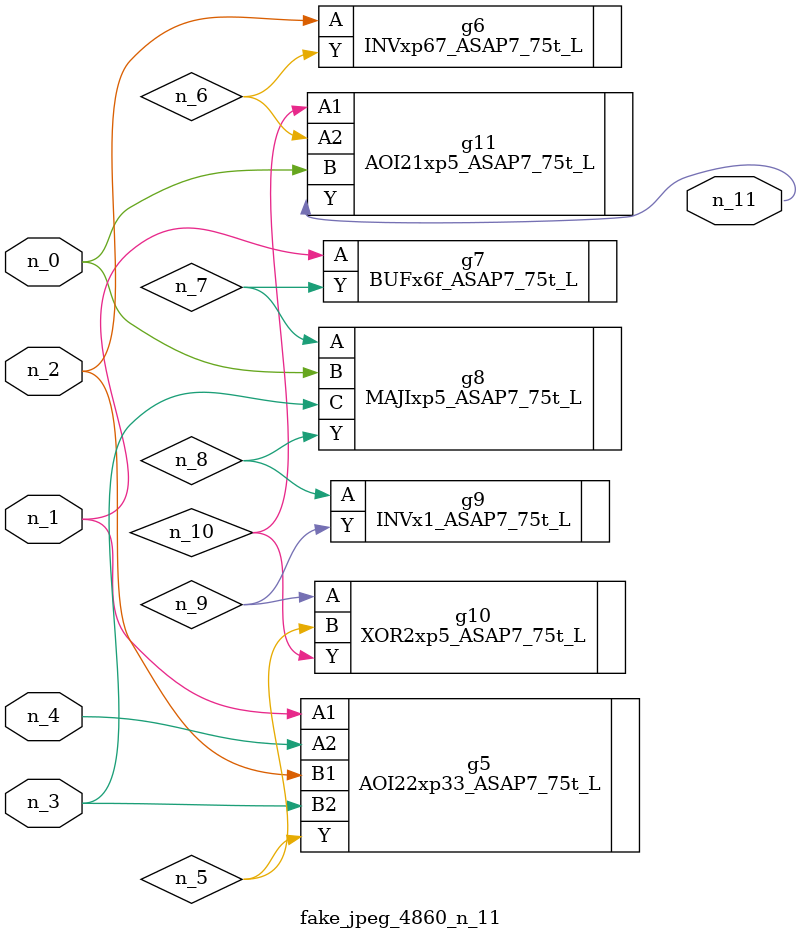
<source format=v>
module fake_jpeg_4860_n_11 (n_3, n_2, n_1, n_0, n_4, n_11);

input n_3;
input n_2;
input n_1;
input n_0;
input n_4;

output n_11;

wire n_10;
wire n_8;
wire n_9;
wire n_6;
wire n_5;
wire n_7;

AOI22xp33_ASAP7_75t_L g5 ( 
.A1(n_1),
.A2(n_4),
.B1(n_2),
.B2(n_3),
.Y(n_5)
);

INVxp67_ASAP7_75t_L g6 ( 
.A(n_2),
.Y(n_6)
);

BUFx6f_ASAP7_75t_L g7 ( 
.A(n_1),
.Y(n_7)
);

MAJIxp5_ASAP7_75t_L g8 ( 
.A(n_7),
.B(n_0),
.C(n_3),
.Y(n_8)
);

INVx1_ASAP7_75t_L g9 ( 
.A(n_8),
.Y(n_9)
);

XOR2xp5_ASAP7_75t_L g10 ( 
.A(n_9),
.B(n_5),
.Y(n_10)
);

AOI21xp5_ASAP7_75t_L g11 ( 
.A1(n_10),
.A2(n_6),
.B(n_0),
.Y(n_11)
);


endmodule
</source>
